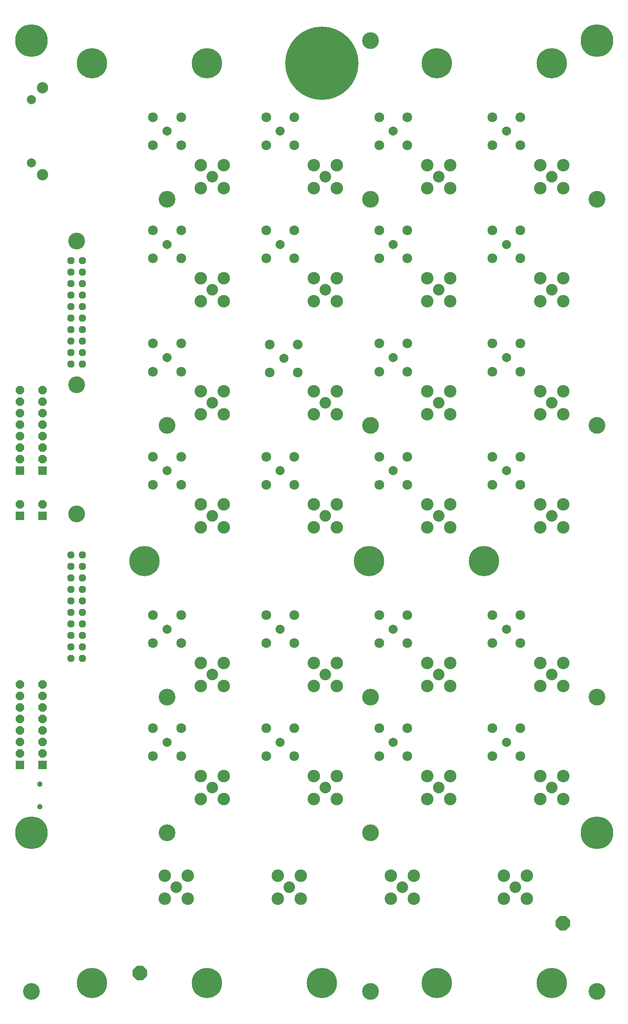
<source format=gts>
G75*
%MOIN*%
%OFA0B0*%
%FSLAX25Y25*%
%IPPOS*%
%LPD*%
%AMOC8*
5,1,8,0,0,1.08239X$1,22.5*
%
%ADD10C,0.14580*%
%ADD11C,0.26391*%
%ADD12C,0.07887*%
%ADD13C,0.09855*%
%ADD14C,0.08477*%
%ADD15C,0.10100*%
%ADD16C,0.10850*%
%ADD17OC8,0.07296*%
%ADD18R,0.07296X0.07296*%
%ADD19OC8,0.06200*%
%ADD20C,0.04737*%
%ADD21OC8,0.12611*%
%ADD22C,0.28359*%
%ADD23C,0.63792*%
D10*
X0043913Y0027484D03*
X0162024Y0165280D03*
X0162024Y0283390D03*
X0083283Y0442543D03*
X0162024Y0519610D03*
X0083283Y0555043D03*
X0083283Y0680043D03*
X0162024Y0716461D03*
X0339189Y0716461D03*
X0339189Y0854256D03*
X0536039Y0716461D03*
X0536039Y0519610D03*
X0536039Y0283390D03*
X0536039Y0027484D03*
X0339189Y0027484D03*
X0339189Y0165280D03*
X0339189Y0283390D03*
X0339189Y0519610D03*
D11*
X0337614Y0401500D03*
X0437614Y0401500D03*
X0396669Y0034571D03*
X0296669Y0034571D03*
X0196669Y0034571D03*
X0096669Y0034571D03*
X0142339Y0401500D03*
X0096669Y0834571D03*
X0196669Y0834571D03*
X0396669Y0834571D03*
X0496669Y0834571D03*
X0496669Y0034571D03*
D12*
X0457299Y0244020D03*
X0457299Y0342445D03*
X0457299Y0480240D03*
X0457299Y0578665D03*
X0457299Y0677091D03*
X0457299Y0775516D03*
X0358874Y0775516D03*
X0358874Y0677091D03*
X0358874Y0578665D03*
X0358874Y0480240D03*
X0358874Y0342445D03*
X0358874Y0244020D03*
X0260449Y0244020D03*
X0260449Y0342445D03*
X0260449Y0480240D03*
X0263598Y0577878D03*
X0260449Y0677091D03*
X0260449Y0775516D03*
X0162024Y0775516D03*
X0162024Y0677091D03*
X0162024Y0578665D03*
X0162024Y0480240D03*
X0162024Y0342445D03*
X0162024Y0244020D03*
X0043913Y0747957D03*
X0043913Y0803075D03*
D13*
X0053756Y0813311D03*
X0053756Y0737720D03*
D14*
X0149824Y0763316D03*
X0149824Y0787716D03*
X0174224Y0787716D03*
X0174224Y0763316D03*
X0174224Y0689291D03*
X0174224Y0664891D03*
X0149824Y0664891D03*
X0149824Y0689291D03*
X0149824Y0590865D03*
X0149824Y0566465D03*
X0174224Y0566465D03*
X0174224Y0590865D03*
X0174224Y0492440D03*
X0174224Y0468040D03*
X0149824Y0468040D03*
X0149824Y0492440D03*
X0149824Y0354645D03*
X0149824Y0330245D03*
X0174224Y0330245D03*
X0174224Y0354645D03*
X0174224Y0256220D03*
X0174224Y0231820D03*
X0149824Y0231820D03*
X0149824Y0256220D03*
X0248249Y0256220D03*
X0248249Y0231820D03*
X0272649Y0231820D03*
X0272649Y0256220D03*
X0272649Y0330245D03*
X0272649Y0354645D03*
X0248249Y0354645D03*
X0248249Y0330245D03*
X0248249Y0468040D03*
X0248249Y0492440D03*
X0272649Y0492440D03*
X0272649Y0468040D03*
X0275798Y0565678D03*
X0275798Y0590078D03*
X0251398Y0590078D03*
X0251398Y0565678D03*
X0248249Y0664891D03*
X0248249Y0689291D03*
X0272649Y0689291D03*
X0272649Y0664891D03*
X0272649Y0763316D03*
X0272649Y0787716D03*
X0248249Y0787716D03*
X0248249Y0763316D03*
X0346674Y0763316D03*
X0346674Y0787716D03*
X0371074Y0787716D03*
X0371074Y0763316D03*
X0371074Y0689291D03*
X0371074Y0664891D03*
X0346674Y0664891D03*
X0346674Y0689291D03*
X0346674Y0590865D03*
X0346674Y0566465D03*
X0371074Y0566465D03*
X0371074Y0590865D03*
X0371074Y0492440D03*
X0371074Y0468040D03*
X0346674Y0468040D03*
X0346674Y0492440D03*
X0346674Y0354645D03*
X0346674Y0330245D03*
X0371074Y0330245D03*
X0371074Y0354645D03*
X0371074Y0256220D03*
X0371074Y0231820D03*
X0346674Y0231820D03*
X0346674Y0256220D03*
X0445099Y0256220D03*
X0445099Y0231820D03*
X0469499Y0231820D03*
X0469499Y0256220D03*
X0469499Y0330245D03*
X0469499Y0354645D03*
X0445099Y0354645D03*
X0445099Y0330245D03*
X0445099Y0468040D03*
X0445099Y0492440D03*
X0469499Y0492440D03*
X0469499Y0468040D03*
X0469499Y0566465D03*
X0469499Y0590865D03*
X0445099Y0590865D03*
X0445099Y0566465D03*
X0445099Y0664891D03*
X0445099Y0689291D03*
X0469499Y0689291D03*
X0469499Y0664891D03*
X0469499Y0763316D03*
X0469499Y0787716D03*
X0445099Y0787716D03*
X0445099Y0763316D03*
D15*
X0398244Y0736146D03*
X0398244Y0637720D03*
X0398244Y0539295D03*
X0398244Y0440870D03*
X0496669Y0440870D03*
X0496669Y0539295D03*
X0496669Y0637720D03*
X0496669Y0736146D03*
X0299819Y0736146D03*
X0299819Y0637720D03*
X0299819Y0539295D03*
X0299819Y0440870D03*
X0299819Y0303075D03*
X0299819Y0204650D03*
X0268323Y0118035D03*
X0201394Y0204650D03*
X0169898Y0118035D03*
X0201394Y0303075D03*
X0201394Y0440870D03*
X0201394Y0539295D03*
X0201394Y0637720D03*
X0201394Y0736146D03*
X0398244Y0303075D03*
X0398244Y0204650D03*
X0366748Y0118035D03*
X0465173Y0118035D03*
X0496669Y0204650D03*
X0496669Y0303075D03*
D16*
X0486669Y0313075D03*
X0486669Y0293075D03*
X0506669Y0293075D03*
X0506669Y0313075D03*
X0506669Y0214650D03*
X0506669Y0194650D03*
X0486669Y0194650D03*
X0486669Y0214650D03*
X0475173Y0128035D03*
X0475173Y0108035D03*
X0455173Y0108035D03*
X0455173Y0128035D03*
X0408244Y0194650D03*
X0408244Y0214650D03*
X0388244Y0214650D03*
X0388244Y0194650D03*
X0376748Y0128035D03*
X0376748Y0108035D03*
X0356748Y0108035D03*
X0356748Y0128035D03*
X0309819Y0194650D03*
X0309819Y0214650D03*
X0289819Y0214650D03*
X0289819Y0194650D03*
X0278323Y0128035D03*
X0278323Y0108035D03*
X0258323Y0108035D03*
X0258323Y0128035D03*
X0211394Y0194650D03*
X0211394Y0214650D03*
X0191394Y0214650D03*
X0191394Y0194650D03*
X0179898Y0128035D03*
X0179898Y0108035D03*
X0159898Y0108035D03*
X0159898Y0128035D03*
X0191394Y0293075D03*
X0191394Y0313075D03*
X0211394Y0313075D03*
X0211394Y0293075D03*
X0289819Y0293075D03*
X0289819Y0313075D03*
X0309819Y0313075D03*
X0309819Y0293075D03*
X0388244Y0293075D03*
X0388244Y0313075D03*
X0408244Y0313075D03*
X0408244Y0293075D03*
X0408244Y0430870D03*
X0408244Y0450870D03*
X0388244Y0450870D03*
X0388244Y0430870D03*
X0388244Y0529295D03*
X0388244Y0549295D03*
X0408244Y0549295D03*
X0408244Y0529295D03*
X0408244Y0627720D03*
X0408244Y0647720D03*
X0388244Y0647720D03*
X0388244Y0627720D03*
X0388244Y0726146D03*
X0388244Y0746146D03*
X0408244Y0746146D03*
X0408244Y0726146D03*
X0486669Y0726146D03*
X0486669Y0746146D03*
X0506669Y0746146D03*
X0506669Y0726146D03*
X0506669Y0647720D03*
X0506669Y0627720D03*
X0486669Y0627720D03*
X0486669Y0647720D03*
X0486669Y0549295D03*
X0486669Y0529295D03*
X0506669Y0529295D03*
X0506669Y0549295D03*
X0506669Y0450870D03*
X0506669Y0430870D03*
X0486669Y0430870D03*
X0486669Y0450870D03*
X0309819Y0450870D03*
X0309819Y0430870D03*
X0289819Y0430870D03*
X0289819Y0450870D03*
X0289819Y0529295D03*
X0289819Y0549295D03*
X0309819Y0549295D03*
X0309819Y0529295D03*
X0309819Y0627720D03*
X0309819Y0647720D03*
X0289819Y0647720D03*
X0289819Y0627720D03*
X0289819Y0726146D03*
X0289819Y0746146D03*
X0309819Y0746146D03*
X0309819Y0726146D03*
X0211394Y0726146D03*
X0211394Y0746146D03*
X0191394Y0746146D03*
X0191394Y0726146D03*
X0191394Y0647720D03*
X0191394Y0627720D03*
X0211394Y0627720D03*
X0211394Y0647720D03*
X0211394Y0549295D03*
X0211394Y0529295D03*
X0191394Y0529295D03*
X0191394Y0549295D03*
X0191394Y0450870D03*
X0191394Y0430870D03*
X0211394Y0430870D03*
X0211394Y0450870D03*
D17*
X0053756Y0450870D03*
X0034071Y0450870D03*
X0034071Y0490240D03*
X0034071Y0500240D03*
X0034071Y0510240D03*
X0034071Y0520240D03*
X0034071Y0530240D03*
X0034071Y0540240D03*
X0034071Y0550240D03*
X0053756Y0550240D03*
X0053756Y0540240D03*
X0053756Y0530240D03*
X0053756Y0520240D03*
X0053756Y0510240D03*
X0053756Y0500240D03*
X0053756Y0490240D03*
X0053756Y0294335D03*
X0053756Y0284335D03*
X0053756Y0274335D03*
X0053756Y0264335D03*
X0053756Y0254335D03*
X0053756Y0244335D03*
X0053756Y0234335D03*
X0034071Y0234335D03*
X0034071Y0244335D03*
X0034071Y0254335D03*
X0034071Y0264335D03*
X0034071Y0274335D03*
X0034071Y0284335D03*
X0034071Y0294335D03*
D18*
X0034071Y0224335D03*
X0053756Y0224335D03*
X0053756Y0440870D03*
X0034071Y0440870D03*
X0034071Y0480240D03*
X0053756Y0480240D03*
D19*
X0078283Y0407130D03*
X0078283Y0397130D03*
X0078283Y0387130D03*
X0078283Y0377130D03*
X0078283Y0367130D03*
X0078283Y0357130D03*
X0078283Y0347130D03*
X0078283Y0337130D03*
X0078283Y0327130D03*
X0078283Y0317130D03*
X0088283Y0317130D03*
X0088283Y0327130D03*
X0088283Y0337130D03*
X0088283Y0347130D03*
X0088283Y0357130D03*
X0088283Y0367130D03*
X0088283Y0377130D03*
X0088283Y0387130D03*
X0088283Y0397130D03*
X0088283Y0407130D03*
X0088283Y0573035D03*
X0088283Y0583035D03*
X0088283Y0593035D03*
X0088283Y0603035D03*
X0088283Y0613035D03*
X0088283Y0623035D03*
X0088283Y0633035D03*
X0088283Y0643035D03*
X0088283Y0653035D03*
X0078283Y0653035D03*
X0078283Y0643035D03*
X0078283Y0633035D03*
X0078283Y0623035D03*
X0078283Y0613035D03*
X0078283Y0603035D03*
X0078283Y0593035D03*
X0078283Y0583035D03*
X0078283Y0573035D03*
X0078283Y0663035D03*
X0088283Y0663035D03*
D20*
X0051394Y0207799D03*
X0051394Y0188114D03*
D21*
X0138402Y0043232D03*
X0506512Y0086539D03*
D22*
X0536039Y0165280D03*
X0536039Y0854256D03*
X0043913Y0854256D03*
X0043913Y0165280D03*
D23*
X0296669Y0834571D03*
M02*

</source>
